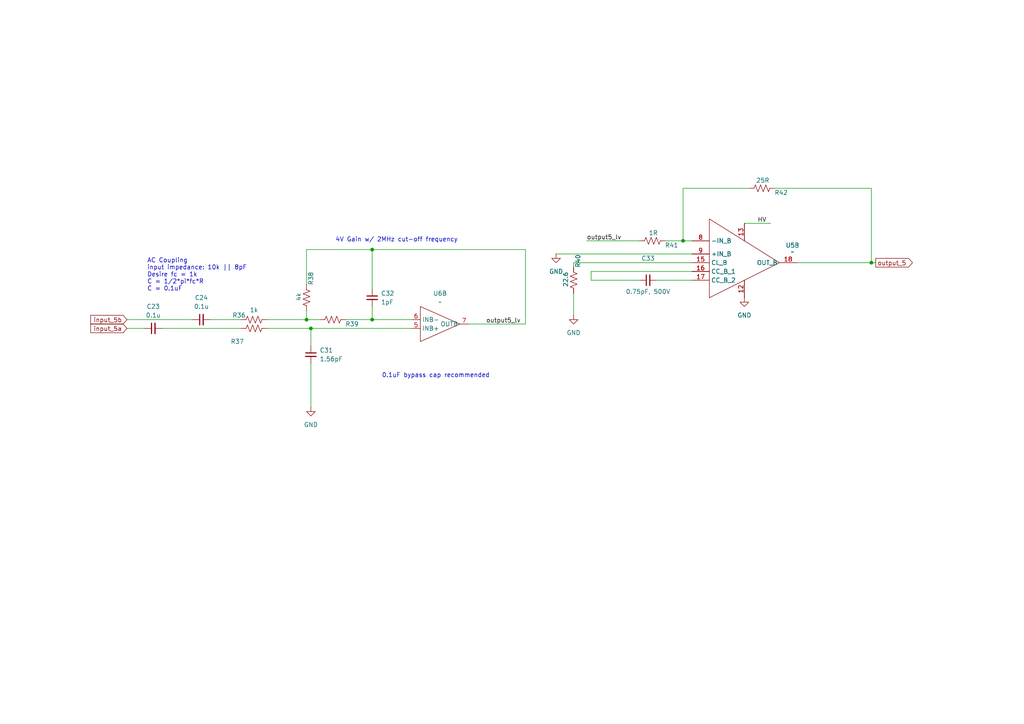
<source format=kicad_sch>
(kicad_sch (version 20231120) (generator "eeschema") (generator_version "8.0")
  (paper "A4")
  (lib_symbols
    (symbol "Device:C_Small" (pin_numbers hide) (pin_names (offset 0.254) hide)
      (property "Reference" "C" (at 0.254 1.778 0))
      (property "Value" "C_Small" (at 0.254 -2.032 0))
      (symbol "C_Small_0_1"
        (polyline (pts (xy -1.524 -0.508) (xy 1.524 -0.508)) (stroke (width 0.3302)))
        (polyline (pts (xy -1.524 0.508) (xy 1.524 0.508)) (stroke (width 0.3048)))
      )
      (symbol "C_Small_1_1"
        (pin passive line (at 0 2.54 270) (length 2.032) (name "~") (number "1"))
        (pin passive line (at 0 -2.54 90) (length 2.032) (name "~") (number "2"))
      )
    )
    (symbol "Device:R_US" (pin_numbers hide) (pin_names (offset 0))
      (property "Reference" "R" (at 2.54 0 90))
      (property "Value" "R_US" (at -2.54 0 90))
      (symbol "R_US_0_1"
        (polyline (pts (xy 0 -2.286) (xy 0 -2.54)))
        (polyline (pts (xy 0 2.286) (xy 0 2.54)))
        (polyline (pts (xy 0 -0.762) (xy 1.016 -1.143) (xy 0 -1.524) (xy -1.016 -1.905) (xy 0 -2.286)))
        (polyline (pts (xy 0 0.762) (xy 1.016 0.381) (xy 0 0) (xy -1.016 -0.381) (xy 0 -0.762)))
        (polyline (pts (xy 0 2.286) (xy 1.016 1.905) (xy 0 1.524) (xy -1.016 1.143) (xy 0 0.762)))
      )
      (symbol "R_US_1_1"
        (pin passive line (at 0 3.81 270) (length 1.27) (name "~") (number "1"))
        (pin passive line (at 0 -3.81 90) (length 1.27) (name "~") (number "2"))
      )
    )
    (symbol "_PHASE:OPA221A_2UNITS"
      (property "Reference" "U" (at -1.016 -1.524 0))
      (symbol "OPA221A_2UNITS_1_1"
        (polyline (pts (xy 0 0) (xy 0 10.16) (xy 11.43 5.08) (xy 0 0)))
        (pin input line (at 13.97 5.08 180) (length 2.54) (name "OUTA") (number "1"))
        (pin input line (at -2.54 6.35 0) (length 2.54) (name "INA-") (number "2"))
        (pin input line (at -2.54 3.81 0) (length 2.54) (name "INA+") (number "3"))
        (pin power_in line (at 6.35 0 90) (length 2.54) (name "") (number "4"))
        (pin power_in line (at 6.35 10.16 270) (length 2.54) (name "") (number "8"))
        (pin power_in line (at -2.54 1.27 0) (length 2.54) (name "EPAD") (number "EPAD"))
      )
      (symbol "OPA221A_2UNITS_2_1"
        (polyline (pts (xy 0 0) (xy 0 10.16) (xy 11.43 5.08) (xy 0 0)))
        (pin input line (at -2.54 3.81 0) (length 2.54) (name "INB+") (number "5"))
        (pin input line (at -2.54 6.35 0) (length 2.54) (name "INB-") (number "6"))
        (pin input line (at 13.97 5.08 180) (length 2.54) (name "OUTB") (number "7"))
      )
    )
    (symbol "_PHASE:PA343_2Units"
      (property "Reference" "U" (at 0 0 0))
      (symbol "PA343_2Units_1_1"
        (polyline (pts (xy 0 -3.81) (xy 0 19.05) (xy 20.32 6.35) (xy 0 -3.81)))
        (pin passive line (at 10.16 17.78 270) (length 5.08) (name "") (number "1"))
        (pin passive line (at -5.08 -1.27 0) (length 5.08) hide (name "NC_3") (number "10"))
        (pin passive line (at -5.08 -1.27 0) (length 5.08) hide (name "NC_4") (number "11"))
        (pin passive line (at -5.08 -1.27 0) (length 5.08) hide (name "NC_5") (number "14"))
        (pin passive line (at -5.08 -1.27 0) (length 5.08) hide (name "NC_6") (number "19"))
        (pin passive line (at -5.08 -1.27 0) (length 5.08) hide (name "NC_1") (number "2"))
        (pin passive line (at -5.08 12.7 0) (length 5.08) (name "-IN_A") (number "20"))
        (pin passive line (at -5.08 8.89 0) (length 5.08) (name "+IN_A") (number "21"))
        (pin passive line (at -5.08 -1.27 0) (length 5.08) hide (name "NC_7") (number "22"))
        (pin passive line (at -5.08 -1.27 0) (length 5.08) hide (name "NC_8") (number "23"))
        (pin passive line (at 10.16 -3.81 90) (length 5.08) (name "") (number "24"))
        (pin passive line (at -5.08 6.35 0) (length 5.08) (name "CL_A") (number "3"))
        (pin passive line (at -5.08 3.81 0) (length 5.08) (name "CC_A_1") (number "4"))
        (pin passive line (at -5.08 1.27 0) (length 5.08) (name "CC_A_2") (number "5"))
        (pin passive line (at 25.4 6.35 180) (length 5.08) (name "OUT_A") (number "6"))
        (pin passive line (at -5.08 -1.27 0) (length 5.08) hide (name "NC_2") (number "7"))
      )
      (symbol "PA343_2Units_2_1"
        (polyline (pts (xy 0 3.81) (xy 0 26.67) (xy 20.32 13.97) (xy 0 3.81)))
        (pin passive line (at 10.16 3.81 90) (length 5.08) (name "") (number "12"))
        (pin passive line (at 10.16 25.4 270) (length 5.08) (name "") (number "13"))
        (pin passive line (at -5.08 13.97 0) (length 5.08) (name "CL_B") (number "15"))
        (pin passive line (at -5.08 11.43 0) (length 5.08) (name "CC_B_1") (number "16"))
        (pin passive line (at -5.08 8.89 0) (length 5.08) (name "CC_B_2") (number "17"))
        (pin passive line (at 25.4 13.97 180) (length 5.08) (name "OUT_B") (number "18"))
        (pin passive line (at -5.08 20.32 0) (length 5.08) (name "-IN_B") (number "8"))
        (pin passive line (at -5.08 16.51 0) (length 5.08) (name "+IN_B") (number "9"))
      )
    )
    (symbol "power:GND" (power) (pin_numbers hide) (pin_names (offset 0) hide)
      (property "Value" "GND" (at 0 -3.81 0))
      (symbol "GND_0_1"
        (polyline (pts (xy 0 0) (xy 0 -1.27) (xy 1.27 -1.27) (xy 0 -2.54) (xy -1.27 -1.27) (xy 0 -1.27)))
      )
      (symbol "GND_1_1"
        (pin power_in line (at 0 0 270) (length 0) (name "~") (number "1"))
      )
    )
  )
  (junction (at 90.17 95.25))
  (junction (at 252.73 76.2))
  (junction (at 88.9 92.71))
  (junction (at 107.95 92.71))
  (junction (at 107.95 72.39))
  (junction (at 198.12 69.85))
  (wire (pts (xy 215.9 64.77) (xy 223.52 64.77)))
  (wire (pts (xy 36.83 95.25) (xy 41.91 95.25)))
  (wire (pts (xy 88.9 92.71) (xy 92.71 92.71)))
  (wire (pts (xy 88.9 72.39) (xy 88.9 82.55)))
  (wire (pts (xy 166.37 76.2) (xy 166.37 77.47)))
  (wire (pts (xy 252.73 76.2) (xy 254 76.2)))
  (wire (pts (xy 135.89 93.98) (xy 152.4 93.98)))
  (wire (pts (xy 88.9 90.17) (xy 88.9 92.71)))
  (wire (pts (xy 107.95 92.71) (xy 100.33 92.71)))
  (wire (pts (xy 77.47 92.71) (xy 88.9 92.71)))
  (wire (pts (xy 90.17 95.25) (xy 90.17 100.33)))
  (wire (pts (xy 90.17 105.41) (xy 90.17 118.11)))
  (wire (pts (xy 198.12 54.61) (xy 198.12 69.85)))
  (wire (pts (xy 161.29 73.66) (xy 200.66 73.66)))
  (wire (pts (xy 252.73 76.2) (xy 252.73 54.61)))
  (wire (pts (xy 36.83 92.71) (xy 55.88 92.71)))
  (wire (pts (xy 107.95 72.39) (xy 107.95 83.82)))
  (wire (pts (xy 171.45 78.74) (xy 200.66 78.74)))
  (wire (pts (xy 185.42 81.28) (xy 171.45 81.28)))
  (wire (pts (xy 60.96 92.71) (xy 69.85 92.71)))
  (wire (pts (xy 198.12 69.85) (xy 200.66 69.85)))
  (wire (pts (xy 231.14 76.2) (xy 252.73 76.2)))
  (wire (pts (xy 166.37 76.2) (xy 200.66 76.2)))
  (wire (pts (xy 77.47 95.25) (xy 90.17 95.25)))
  (wire (pts (xy 170.18 69.85) (xy 185.42 69.85)))
  (wire (pts (xy 107.95 72.39) (xy 152.4 72.39)))
  (wire (pts (xy 190.5 81.28) (xy 200.66 81.28)))
  (wire (pts (xy 90.17 95.25) (xy 119.38 95.25)))
  (wire (pts (xy 193.04 69.85) (xy 198.12 69.85)))
  (wire (pts (xy 46.99 95.25) (xy 69.85 95.25)))
  (wire (pts (xy 119.38 92.71) (xy 107.95 92.71)))
  (wire (pts (xy 166.37 85.09) (xy 166.37 91.44)))
  (wire (pts (xy 171.45 81.28) (xy 171.45 78.74)))
  (wire (pts (xy 217.17 54.61) (xy 198.12 54.61)))
  (wire (pts (xy 88.9 72.39) (xy 107.95 72.39)))
  (wire (pts (xy 224.79 54.61) (xy 252.73 54.61)))
  (wire (pts (xy 152.4 72.39) (xy 152.4 93.98)))
  (wire (pts (xy 107.95 88.9) (xy 107.95 92.71)))
  (text "4V Gain w/ 2MHz cut-off frequency" (at 97.282 69.596 0) (effects (font (size 1.27 1.27)) (justify left)))
  (text "0.1uF bypass cap recommended\n" (at 110.744 108.966 0) (effects (font (size 1.27 1.27)) (justify left)))
  (text "AC Coupling\ninput impedance: 10k || 8pF\nDesire fc = 1k\nC = 1/2*pi*fc*R\nC = 0.1uF" (at 42.672 79.756 0) (effects (font (size 1.27 1.27)) (justify left)))
  (label "HV" (at 219.71 64.77 0))
  (label "output5_lv" (at 170.18 69.85 0))
  (label "output5_lv" (at 140.97 93.98 0))
  (global_label "input_5a" (shape input) (at 36.83 95.25 180) (property "Intersheetrefs" "${INTERSHEET_REFS}" (effects (hide yes))))
  (global_label "output_5" (shape output) (at 254 76.2 0) (property "Intersheetrefs" "${INTERSHEET_REFS}" (effects (hide yes))))
  (global_label "input_5b" (shape input) (at 36.83 92.71 180) (property "Intersheetrefs" "${INTERSHEET_REFS}" (effects (hide yes))))
  (symbol (lib_id "power:GND") (at 215.9 86.36 0) (unit 1)
    (property "Reference" "#PWR043" (effects (hide yes)))
    (property "Value" "GND" (at 215.9 91.44 0))
    (property "Description" "Power symbol creates a global label with name \"GND\" , ground" (effects (hide yes)))
  )
  (symbol (lib_id "Device:R_US") (at 189.23 69.85 270) (unit 1)
    (property "Reference" "R41" (at 194.818 71.12 90))
    (property "Value" "1R" (at 189.484 67.564 90))
    (property "Footprint" "Resistor_SMD:R_0603_1608Metric" (effects (hide yes)))
    (property "Description" "Resistor, US symbol" (effects (hide yes)))
  )
  (symbol (lib_id "Device:C_Small") (at 187.96 81.28 90) (unit 1)
    (property "Reference" "C33" (at 187.9663 74.93 90))
    (property "Value" "0.75pF, 500V" (at 187.96 84.582 90))
    (property "Footprint" "Capacitor_SMD:C_0805_2012Metric" (effects (hide yes)))
    (property "Description" "Unpolarized capacitor, small symbol" (effects (hide yes)))
  )
  (symbol (lib_id "power:GND") (at 166.37 91.44 0) (unit 1)
    (property "Reference" "#PWR032" (effects (hide yes)))
    (property "Value" "GND" (at 166.37 96.52 0))
    (property "Description" "Power symbol creates a global label with name \"GND\" , ground" (effects (hide yes)))
  )
  (symbol (lib_id "power:GND") (at 90.17 118.11 0) (unit 1)
    (property "Reference" "#PWR020" (effects (hide yes)))
    (property "Value" "GND" (at 90.17 123.19 0))
    (property "Description" "Power symbol creates a global label with name \"GND\" , ground" (effects (hide yes)))
  )
  (symbol (lib_id "Device:C_Small") (at 58.42 92.71 90) (unit 1)
    (property "Reference" "C24" (at 58.4263 86.36 90))
    (property "Value" "0.1u" (at 58.4263 88.9 90))
    (property "Footprint" "Capacitor_SMD:C_0603_1608Metric" (effects (hide yes)))
    (property "Description" "Unpolarized capacitor, small symbol" (effects (hide yes)))
  )
  (symbol (lib_id "Device:R_US") (at 73.66 95.25 270) (unit 1)
    (property "Reference" "R37" (at 68.834 99.06 90))
    (property "Value" "R_US" (effects (hide yes)))
    (property "Footprint" "Resistor_SMD:R_0603_1608Metric" (effects (hide yes)))
    (property "Description" "Resistor, US symbol" (effects (hide yes)))
  )
  (symbol (lib_id "Device:R_US") (at 96.52 92.71 270) (unit 1)
    (property "Reference" "R39" (at 102.108 93.98 90))
    (property "Value" "R_US" (effects (hide yes)))
    (property "Footprint" "Resistor_SMD:R_0603_1608Metric" (effects (hide yes)))
    (property "Description" "Resistor, US symbol" (effects (hide yes)))
  )
  (symbol (lib_id "Device:C_Small") (at 90.17 102.87 0) (unit 1)
    (property "Reference" "C31" (at 92.71 101.6062 0) (effects (justify left)))
    (property "Value" "1.56pF" (at 92.71 104.1462 0) (effects (justify left)))
    (property "Footprint" "Capacitor_SMD:C_0603_1608Metric" (effects (hide yes)))
    (property "Description" "Unpolarized capacitor, small symbol" (effects (hide yes)))
  )
  (symbol (lib_id "power:GND") (at 161.29 73.66 0) (unit 1)
    (property "Reference" "#PWR021" (effects (hide yes)))
    (property "Value" "GND" (at 161.29 78.74 0))
    (property "Description" "Power symbol creates a global label with name \"GND\" , ground" (effects (hide yes)))
  )
  (symbol (lib_id "Device:R_US") (at 220.98 54.61 270) (unit 1)
    (property "Reference" "R42" (at 226.568 55.88 90))
    (property "Value" "25R" (at 221.234 52.324 90))
    (property "Footprint" "Resistor_SMD:R_0603_1608Metric" (effects (hide yes)))
    (property "Description" "Resistor, US symbol" (effects (hide yes)))
  )
  (symbol (lib_id "Device:R_US") (at 73.66 92.71 270) (unit 1)
    (property "Reference" "R36" (at 69.342 91.44 90))
    (property "Value" "1k" (at 73.66 89.916 90))
    (property "Footprint" "Resistor_SMD:R_0603_1608Metric" (effects (hide yes)))
    (property "Description" "Resistor, US symbol" (effects (hide yes)))
  )
  (symbol (lib_id "Device:C_Small") (at 107.95 86.36 0) (unit 1)
    (property "Reference" "C32" (at 110.49 85.0962 0) (effects (justify left)))
    (property "Value" "1pF" (at 110.49 87.6362 0) (effects (justify left)))
    (property "Footprint" "Capacitor_SMD:C_0603_1608Metric" (effects (hide yes)))
    (property "Description" "Unpolarized capacitor, small symbol" (effects (hide yes)))
  )
  (symbol (lib_id "Device:R_US") (at 88.9 86.36 0) (unit 1)
    (property "Reference" "R38" (at 90.17 80.772 90))
    (property "Value" "4k" (at 86.614 86.106 90))
    (property "Footprint" "Resistor_SMD:R_0603_1608Metric" (effects (hide yes)))
    (property "Description" "Resistor, US symbol" (effects (hide yes)))
  )
  (symbol (lib_id "_PHASE:OPA221A_2UNITS") (at 121.92 99.06 0) (unit 2)
    (property "Reference" "U6" (at 127.635 85.09 0))
    (property "Value" "~" (at 127.635 87.63 0))
    (property "Footprint" "726_footprints:OPA2211AIDDAR_L" (effects (hide yes)))
  )
  (symbol (lib_id "Device:R_US") (at 166.37 81.28 0) (unit 1)
    (property "Reference" "R40" (at 167.64 75.692 90))
    (property "Value" "22.6" (at 164.084 81.026 90))
    (property "Footprint" "Resistor_SMD:R_0603_1608Metric" (effects (hide yes)))
    (property "Description" "Resistor, US symbol" (effects (hide yes)))
  )
  (symbol (lib_id "Device:C_Small") (at 44.45 95.25 90) (unit 1)
    (property "Reference" "C23" (at 44.4563 88.9 90))
    (property "Value" "0.1u" (at 44.4563 91.44 90))
    (property "Footprint" "Capacitor_SMD:C_0603_1608Metric" (effects (hide yes)))
    (property "Description" "Unpolarized capacitor, small symbol" (effects (hide yes)))
  )
  (symbol (lib_id "_PHASE:PA343_2Units") (at 205.74 90.17 0) (unit 2)
    (property "Reference" "U5" (at 229.87 71.1514 0))
    (property "Value" "~" (at 229.87 73.0565 0))
    (property "Footprint" "726_footprints:PA341DF" (effects (hide yes)))
  )
)
</source>
